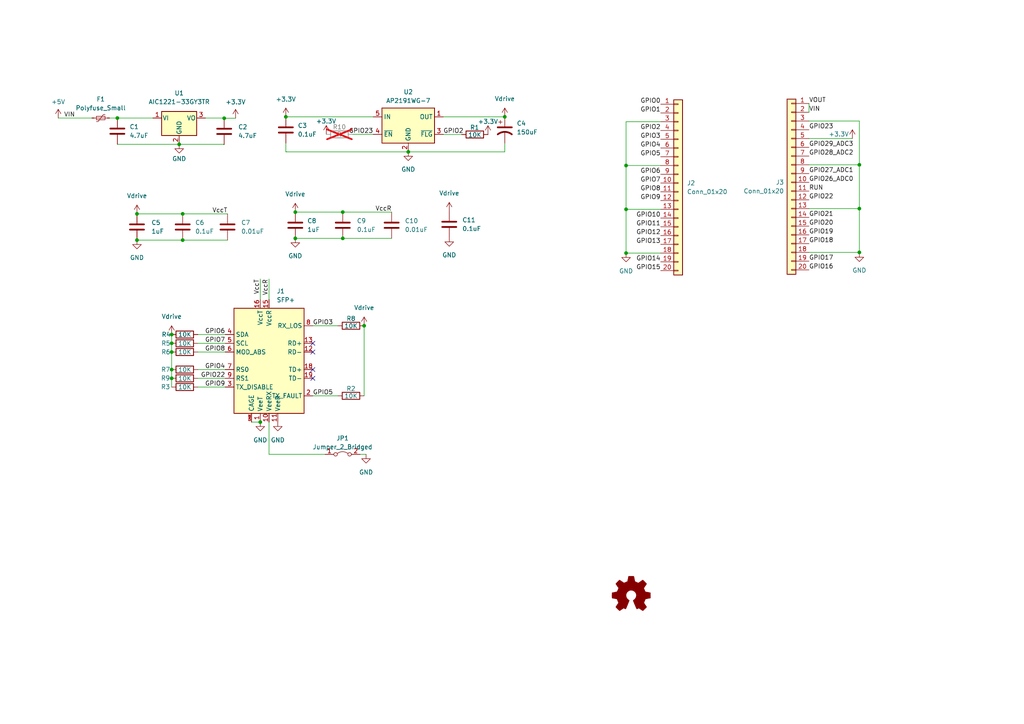
<source format=kicad_sch>
(kicad_sch (version 20230121) (generator eeschema)
  (paper "A4")
  (title_block (title "SFP Programmer") (company "pon.wiki"))
  (lib_symbols
    (symbol "Connector_Generic:Conn_01x20" (pin_names (offset 1.016) hide)
      (property "Reference" "J" (at 0 25.4 0))
      (property "Value" "Conn_01x20" (at 0 -27.94 0))
      (symbol "Conn_01x20_1_1"
        (rectangle (start -1.27 -25.273) (end 0 -25.527) (stroke (width 0.1524)))
        (rectangle (start -1.27 -22.733) (end 0 -22.987) (stroke (width 0.1524)))
        (rectangle (start -1.27 -20.193) (end 0 -20.447) (stroke (width 0.1524)))
        (rectangle (start -1.27 -17.653) (end 0 -17.907) (stroke (width 0.1524)))
        (rectangle (start -1.27 -15.113) (end 0 -15.367) (stroke (width 0.1524)))
        (rectangle (start -1.27 -12.573) (end 0 -12.827) (stroke (width 0.1524)))
        (rectangle (start -1.27 -10.033) (end 0 -10.287) (stroke (width 0.1524)))
        (rectangle (start -1.27 -7.493) (end 0 -7.747) (stroke (width 0.1524)))
        (rectangle (start -1.27 -4.953) (end 0 -5.207) (stroke (width 0.1524)))
        (rectangle (start -1.27 -2.413) (end 0 -2.667) (stroke (width 0.1524)))
        (rectangle (start -1.27 0.127) (end 0 -0.127) (stroke (width 0.1524)))
        (rectangle (start -1.27 2.667) (end 0 2.413) (stroke (width 0.1524)))
        (rectangle (start -1.27 5.207) (end 0 4.953) (stroke (width 0.1524)))
        (rectangle (start -1.27 7.747) (end 0 7.493) (stroke (width 0.1524)))
        (rectangle (start -1.27 10.287) (end 0 10.033) (stroke (width 0.1524)))
        (rectangle (start -1.27 12.827) (end 0 12.573) (stroke (width 0.1524)))
        (rectangle (start -1.27 15.367) (end 0 15.113) (stroke (width 0.1524)))
        (rectangle (start -1.27 17.907) (end 0 17.653) (stroke (width 0.1524)))
        (rectangle (start -1.27 20.447) (end 0 20.193) (stroke (width 0.1524)))
        (rectangle (start -1.27 22.987) (end 0 22.733) (stroke (width 0.1524)))
        (rectangle (start -1.27 24.13) (end 1.27 -26.67) (stroke (width 0.254)) (fill (type background)))
        (pin passive line (at -5.08 22.86 0) (length 3.81) (name "Pin_1") (number "1"))
        (pin passive line (at -5.08 0 0) (length 3.81) (name "Pin_10") (number "10"))
        (pin passive line (at -5.08 -2.54 0) (length 3.81) (name "Pin_11") (number "11"))
        (pin passive line (at -5.08 -5.08 0) (length 3.81) (name "Pin_12") (number "12"))
        (pin passive line (at -5.08 -7.62 0) (length 3.81) (name "Pin_13") (number "13"))
        (pin passive line (at -5.08 -10.16 0) (length 3.81) (name "Pin_14") (number "14"))
        (pin passive line (at -5.08 -12.7 0) (length 3.81) (name "Pin_15") (number "15"))
        (pin passive line (at -5.08 -15.24 0) (length 3.81) (name "Pin_16") (number "16"))
        (pin passive line (at -5.08 -17.78 0) (length 3.81) (name "Pin_17") (number "17"))
        (pin passive line (at -5.08 -20.32 0) (length 3.81) (name "Pin_18") (number "18"))
        (pin passive line (at -5.08 -22.86 0) (length 3.81) (name "Pin_19") (number "19"))
        (pin passive line (at -5.08 20.32 0) (length 3.81) (name "Pin_2") (number "2"))
        (pin passive line (at -5.08 -25.4 0) (length 3.81) (name "Pin_20") (number "20"))
        (pin passive line (at -5.08 17.78 0) (length 3.81) (name "Pin_3") (number "3"))
        (pin passive line (at -5.08 15.24 0) (length 3.81) (name "Pin_4") (number "4"))
        (pin passive line (at -5.08 12.7 0) (length 3.81) (name "Pin_5") (number "5"))
        (pin passive line (at -5.08 10.16 0) (length 3.81) (name "Pin_6") (number "6"))
        (pin passive line (at -5.08 7.62 0) (length 3.81) (name "Pin_7") (number "7"))
        (pin passive line (at -5.08 5.08 0) (length 3.81) (name "Pin_8") (number "8"))
        (pin passive line (at -5.08 2.54 0) (length 3.81) (name "Pin_9") (number "9"))
      )
    )
    (symbol "Device:C" (pin_numbers hide) (pin_names (offset 0.254))
      (property "Reference" "C" (at 0.635 2.54 0))
      (property "Value" "C" (at 0.635 -2.54 0))
      (symbol "C_0_1"
        (polyline (pts (xy -2.032 -0.762) (xy 2.032 -0.762)) (stroke (width 0.508)))
        (polyline (pts (xy -2.032 0.762) (xy 2.032 0.762)) (stroke (width 0.508)))
      )
      (symbol "C_1_1"
        (pin passive line (at 0 3.81 270) (length 2.794) (name "~") (number "1"))
        (pin passive line (at 0 -3.81 90) (length 2.794) (name "~") (number "2"))
      )
    )
    (symbol "Device:C_Polarized_US" (pin_numbers hide) (pin_names (offset 0.254) hide)
      (property "Reference" "C" (at 0.635 2.54 0))
      (property "Value" "C_Polarized_US" (at 0.635 -2.54 0))
      (symbol "C_Polarized_US_0_1"
        (polyline (pts (xy -2.032 0.762) (xy 2.032 0.762)) (stroke (width 0.508)))
        (polyline (pts (xy -1.778 2.286) (xy -0.762 2.286)))
        (polyline (pts (xy -1.27 1.778) (xy -1.27 2.794)))
        (arc (start 2.032 -1.27) (mid 0 -0.5572) (end -2.032 -1.27) (stroke (width 0.508)))
      )
      (symbol "C_Polarized_US_1_1"
        (pin passive line (at 0 3.81 270) (length 2.794) (name "~") (number "1"))
        (pin passive line (at 0 -3.81 90) (length 3.302) (name "~") (number "2"))
      )
    )
    (symbol "Device:Polyfuse_Small" (pin_numbers hide) (pin_names (offset 0))
      (property "Reference" "F" (at -1.905 0 90))
      (property "Value" "Polyfuse_Small" (at 1.905 0 90))
      (symbol "Polyfuse_Small_0_1"
        (rectangle (start -0.508 1.27) (end 0.508 -1.27))
        (polyline (pts (xy 0 2.54) (xy 0 -2.54)))
        (polyline (pts (xy -1.016 1.27) (xy -1.016 0.762) (xy 1.016 -0.762) (xy 1.016 -1.27)))
      )
      (symbol "Polyfuse_Small_1_1"
        (pin passive line (at 0 2.54 270) (length 0.635) (name "~") (number "1"))
        (pin passive line (at 0 -2.54 90) (length 0.635) (name "~") (number "2"))
      )
    )
    (symbol "Device:R" (pin_numbers hide) (pin_names (offset 0))
      (property "Reference" "R" (at 2.032 0 90))
      (property "Value" "R" (at 0 0 90))
      (symbol "R_0_1"
        (rectangle (start -1.016 -2.54) (end 1.016 2.54) (stroke (width 0.254)))
      )
      (symbol "R_1_1"
        (pin passive line (at 0 3.81 270) (length 1.27) (name "~") (number "1"))
        (pin passive line (at 0 -3.81 90) (length 1.27) (name "~") (number "2"))
      )
    )
    (symbol "Graphic:Logo_Open_Hardware_Small" (in_bom no) (on_board no)
      (symbol "Logo_Open_Hardware_Small_0_1"
        (polyline (pts (xy 3.3528 -4.3434) (xy 3.302 -4.318) (xy 3.175 -4.2418) (xy 2.9972 -4.1148) (xy 2.7686 -3.9624) (xy 2.54 -3.81) (xy 2.3622 -3.7084) (xy 2.2352 -3.6068) (xy 2.1844 -3.5814) (xy 2.159 -3.6068) (xy 2.0574 -3.6576) (xy 1.905 -3.7338) (xy 1.8034 -3.7846) (xy 1.6764 -3.8354) (xy 1.6002 -3.8354) (xy 1.6002 -3.8354) (xy 1.5494 -3.7338) (xy 1.4732 -3.5306) (xy 1.3462 -3.302) (xy 1.2446 -3.0226) (xy 1.1176 -2.7178) (xy 0.9652 -2.413) (xy 0.8636 -2.1082) (xy 0.7366 -1.8288) (xy 0.6604 -1.6256) (xy 0.6096 -1.4732) (xy 0.5842 -1.397) (xy 0.5842 -1.397) (xy 0.6604 -1.3208) (xy 0.7874 -1.2446) (xy 1.0414 -1.016) (xy 1.2954 -0.6858) (xy 1.4478 -0.3302) (xy 1.524 0.0762) (xy 1.4732 0.4572) (xy 1.3208 0.8128) (xy 1.0668 1.143) (xy 0.762 1.3716) (xy 0.4064 1.524) (xy 0 1.5748) (xy -0.381 1.5494) (xy -0.7366 1.397) (xy -1.0668 1.143) (xy -1.2192 0.9906) (xy -1.397 0.6604) (xy -1.524 0.3048) (xy -1.524 0.2286) (xy -1.4986 -0.1778) (xy -1.397 -0.5334) (xy -1.1938 -0.8636) (xy -0.9144 -1.143) (xy -0.8636 -1.1684) (xy -0.7366 -1.27) (xy -0.635 -1.3462) (xy -0.5842 -1.397) (xy -1.0668 -2.5908) (xy -1.143 -2.794) (xy -1.2954 -3.1242) (xy -1.397 -3.4036) (xy -1.4986 -3.6322) (xy -1.5748 -3.7846) (xy -1.6002 -3.8354) (xy -1.6002 -3.8354) (xy -1.651 -3.8354) (xy -1.7272 -3.81) (xy -1.905 -3.7338) (xy -2.0066 -3.683) (xy -2.1336 -3.6068) (xy -2.2098 -3.5814) (xy -2.2606 -3.6068) (xy -2.3622 -3.683) (xy -2.54 -3.81) (xy -2.7686 -3.9624) (xy -2.9718 -4.0894) (xy -3.1496 -4.2164) (xy -3.302 -4.318) (xy -3.3528 -4.3434) (xy -3.3782 -4.3434) (xy -3.429 -4.318) (xy -3.5306 -4.2164) (xy -3.7084 -4.064) (xy -3.937 -3.8354) (xy -3.9624 -3.81) (xy -4.1656 -3.6068) (xy -4.318 -3.4544) (xy -4.4196 -3.3274) (xy -4.445 -3.2766) (xy -4.445 -3.2766) (xy -4.4196 -3.2258) (xy -4.318 -3.0734) (xy -4.2164 -2.8956) (xy -4.064 -2.667) (xy -3.6576 -2.0828) (xy -3.8862 -1.5494) (xy -3.937 -1.3716) (xy -4.0386 -1.1684) (xy -4.0894 -1.0414) (xy -4.1148 -0.9652) (xy -4.191 -0.9398) (xy -4.318 -0.9144) (xy -4.5466 -0.8636) (xy -4.8006 -0.8128) (xy -5.0546 -0.7874) (xy -5.2578 -0.7366) (xy -5.4356 -0.7112) (xy -5.5118 -0.6858) (xy -5.5118 -0.6858) (xy -5.5372 -0.635) (xy -5.5372 -0.5588) (xy -5.5372 -0.4318) (xy -5.5626 -0.2286) (xy -5.5626 0.0762) (xy -5.5626 0.127) (xy -5.5372 0.4064) (xy -5.5372 0.635) (xy -5.5372 0.762) (xy -5.5372 0.8382) (xy -5.5372 0.8382) (xy -5.461 0.8382) (xy -5.3086 0.889) (xy -5.08 0.9144) (xy -4.826 0.9652) (xy -4.8006 0.9906) (xy -4.5466 1.0414) (xy -4.318 1.0668) (xy -4.1656 1.1176) (xy -4.0894 1.143) (xy -4.0894 1.143) (xy -4.0386 1.2446) (xy -3.9624 1.4224) (xy -3.8608 1.6256) (xy -3.7846 1.8288) (xy -3.7084 2.0066) (xy -3.6576 2.159) (xy -3.6322 2.2098) (xy -3.6322 2.2098) (xy -3.683 2.286) (xy -3.7592 2.413) (xy -3.8862 2.5908) (xy -4.064 2.8194) (xy -4.064 2.8448) (xy -4.2164 3.0734) (xy -4.3434 3.2512) (xy -4.4196 3.3782) (xy -4.445 3.4544) (xy -4.445 3.4544) (xy -4.3942 3.5052) (xy -4.2926 3.6322) (xy -4.1148 3.81) (xy -3.937 4.0132) (xy -3.8608 4.064) (xy -3.6576 4.2926) (xy -3.5052 4.4196) (xy -3.4036 4.4958) (xy -3.3528 4.5212) (xy -3.3528 4.5212) (xy -3.302 4.4704) (xy -3.1496 4.3688) (xy -2.9718 4.2418) (xy -2.7432 4.0894) (xy -2.7178 4.0894) (xy -2.4892 3.937) (xy -2.3114 3.81) (xy -2.1844 3.7084) (xy -2.1336 3.683) (xy -2.1082 3.683) (xy -2.032 3.7084) (xy -1.8542 3.7592) (xy -1.6764 3.8354) (xy -1.4732 3.937) (xy -1.27 4.0132) (xy -1.143 4.064) (xy -1.0668 4.1148) (xy -1.0668 4.1148) (xy -1.0414 4.191) (xy -1.016 4.3434) (xy -0.9652 4.572) (xy -0.9144 4.8514) (xy -0.889 4.9022) (xy -0.8382 5.1562) (xy -0.8128 5.3848) (xy -0.7874 5.5372) (xy -0.762 5.588) (xy -0.7112 5.6134) (xy -0.5842 5.6134) (xy -0.4064 5.6134) (xy -0.1524 5.6134) (xy 0.0762 5.6134) (xy 0.3302 5.6134) (xy 0.5334 5.6134) (xy 0.6858 5.588) (xy 0.7366 5.588) (xy 0.7366 5.588) (xy 0.762 5.5118) (xy 0.8128 5.334) (xy 0.8382 5.1054) (xy 0.9144 4.826) (xy 0.9144 4.7752) (xy 0.9652 4.5212) (xy 1.016 4.2926) (xy 1.0414 4.1402) (xy 1.0668 4.0894) (xy 1.0668 4.0894) (xy 1.1938 4.0386) (xy 1.3716 3.9624) (xy 1.5748 3.8608) (xy 2.0828 3.6576) (xy 2.7178 4.0894) (xy 2.7686 4.1402) (xy 2.9972 4.2926) (xy 3.175 4.4196) (xy 3.302 4.4958) (xy 3.3782 4.5212) (xy 3.3782 4.5212) (xy 3.429 4.4704) (xy 3.556 4.3434) (xy 3.7338 4.191) (xy 3.9116 3.9878) (xy 4.064 3.8354) (xy 4.2418 3.6576) (xy 4.3434 3.556) (xy 4.4196 3.4798) (xy 4.4196 3.429) (xy 4.4196 3.4036) (xy 4.3942 3.3274) (xy 4.2926 3.2004) (xy 4.1656 2.9972) (xy 4.0132 2.794) (xy 3.8862 2.5908) (xy 3.7592 2.3876) (xy 3.6576 2.2352) (xy 3.6322 2.159) (xy 3.6322 2.1336) (xy 3.683 2.0066) (xy 3.7592 1.8288) (xy 3.8608 1.6002) (xy 4.064 1.1176) (xy 4.3942 1.0414) (xy 4.5974 1.016) (xy 4.8768 0.9652) (xy 5.1308 0.9144) (xy 5.5372 0.8382) (xy 5.5626 -0.6604) (xy 5.4864 -0.6858) (xy 5.4356 -0.6858) (xy 5.2832 -0.7366) (xy 5.0546 -0.762) (xy 4.8006 -0.8128) (xy 4.5974 -0.8636) (xy 4.3688 -0.9144) (xy 4.2164 -0.9398) (xy 4.1402 -0.9398) (xy 4.1148 -0.9652) (xy 4.064 -1.0668) (xy 3.9878 -1.2446) (xy 3.9116 -1.4478) (xy 3.81 -1.651) (xy 3.7338 -1.8542) (xy 3.683 -2.0066) (xy 3.6576 -2.0828) (xy 3.683 -2.1336) (xy 3.7846 -2.2606) (xy 3.8862 -2.4638) (xy 4.0386 -2.667) (xy 4.191 -2.8956) (xy 4.318 -3.0734) (xy 4.3942 -3.2004) (xy 4.445 -3.2766) (xy 4.4196 -3.3274) (xy 4.3434 -3.429) (xy 4.1656 -3.5814) (xy 3.937 -3.8354) (xy 3.8862 -3.8608) (xy 3.683 -4.064) (xy 3.5306 -4.2164) (xy 3.4036 -4.318) (xy 3.3528 -4.3434)) (fill (type outline)))
      )
    )
    (symbol "Interface_Optical:SFP+"
      (property "Reference" "J1" (at 2.1941 20.193 0))
      (property "Value" "SFP+" (at 2.1941 17.653 0))
      (symbol "SFP+_0_0"
        (rectangle (start -10.16 15.24) (end 10.16 -15.24) (stroke (width 0.254)) (fill (type background)))
      )
      (symbol "SFP+_1_1"
        (pin power_in line (at -2.54 -17.78 90) (length 2.54) (name "VeeT") (number "1"))
        (pin power_in line (at 0 -17.78 90) (length 2.54) (name "VeeRX") (number "10"))
        (pin passive line (at 2.54 -17.78 90) (length 2.54) (name "VeeR") (number "11"))
        (pin output line (at 12.7 2.54 180) (length 2.54) (name "RD-") (number "12"))
        (pin output line (at 12.7 5.08 180) (length 2.54) (name "RD+") (number "13"))
        (pin passive line (at 2.54 -17.78 90) (length 2.54) hide (name "VeeR") (number "14"))
        (pin power_in line (at 0 17.78 270) (length 2.54) (name "VccR") (number "15"))
        (pin power_in line (at -2.54 17.78 270) (length 2.54) (name "VccT") (number "16"))
        (pin passive line (at -2.54 -17.78 90) (length 2.54) hide (name "VeeT") (number "17"))
        (pin input line (at 12.7 -2.54 180) (length 2.54) (name "TD+") (number "18"))
        (pin input line (at 12.7 -5.08 180) (length 2.54) (name "TD-") (number "19"))
        (pin open_collector line (at 12.7 -10.16 180) (length 2.54) (name "TX_FAULT") (number "2"))
        (pin passive line (at -2.54 -17.78 90) (length 2.54) hide (name "VeeT") (number "20"))
        (pin input line (at -12.7 -7.62 0) (length 2.54) (name "TX_DISABLE") (number "3"))
        (pin bidirectional line (at -12.7 7.62 0) (length 2.54) (name "SDA") (number "4"))
        (pin input line (at -12.7 5.08 0) (length 2.54) (name "SCL") (number "5"))
        (pin passive line (at -12.7 2.54 0) (length 2.54) (name "MOD_ABS") (number "6"))
        (pin input line (at -12.7 -2.54 0) (length 2.54) (name "RS0") (number "7"))
        (pin open_collector line (at 12.7 10.16 180) (length 2.54) (name "RX_LOS") (number "8"))
        (pin input line (at -12.7 -5.08 0) (length 2.54) (name "RS1") (number "9"))
        (pin passive line (at -5.08 -17.78 90) (length 2.54) (name "CAGE") (number "CAGE"))
      )
    )
    (symbol "Jumper:Jumper_2_Bridged" (pin_names (offset 0) hide)
      (property "Reference" "JP" (at 0 1.905 0))
      (property "Value" "Jumper_2_Bridged" (at 0 -2.54 0))
      (symbol "Jumper_2_Bridged_0_0"
        (circle (center -2.032 0) (radius 0.508))
        (circle (center 2.032 0) (radius 0.508))
      )
      (symbol "Jumper_2_Bridged_0_1"
        (arc (start 1.524 0.254) (mid 0 0.762) (end -1.524 0.254))
      )
      (symbol "Jumper_2_Bridged_1_1"
        (pin passive line (at -5.08 0 0) (length 2.54) (name "A") (number "1"))
        (pin passive line (at 5.08 0 180) (length 2.54) (name "B") (number "2"))
      )
    )
    (symbol "Power_Management:AP2161W"
      (property "Reference" "U" (at -7.62 -6.35 0))
      (property "Value" "AP2161W" (at -7.62 6.35 0))
      (symbol "AP2161W_0_1"
        (rectangle (start -7.62 5.08) (end 7.62 -5.08) (stroke (width 0.254)) (fill (type background)))
      )
      (symbol "AP2161W_1_1"
        (pin power_out line (at 10.16 2.54 180) (length 2.54) (name "OUT") (number "1"))
        (pin power_in line (at 0 -7.62 90) (length 2.54) (name "GND") (number "2"))
        (pin open_collector line (at 10.16 -2.54 180) (length 2.54) (name "~{FLG}") (number "3"))
        (pin input line (at -10.16 -2.54 0) (length 2.54) (name "~{EN}") (number "4"))
        (pin power_in line (at -10.16 2.54 0) (length 2.54) (name "IN") (number "5"))
      )
    )
    (symbol "Regulator_Linear:AP7361C-33E" (pin_names (offset 0.254))
      (property "Reference" "U" (at -3.81 3.175 0))
      (property "Value" "AP7361C-33E" (at 0 3.175 0))
      (symbol "AP7361C-33E_0_1"
        (rectangle (start -5.08 -5.08) (end 5.08 1.905) (stroke (width 0.254)) (fill (type background)))
      )
      (symbol "AP7361C-33E_1_1"
        (pin power_in line (at -7.62 0 0) (length 2.54) (name "VI") (number "1"))
        (pin power_in line (at 0 -7.62 90) (length 2.54) (name "GND") (number "2"))
        (pin power_out line (at 7.62 0 180) (length 2.54) (name "VO") (number "3"))
      )
    )
    (symbol "power:+3.3V" (power) (pin_names (offset 0))
      (property "Value" "+3.3V" (at 0 3.556 0))
      (symbol "+3.3V_0_1"
        (polyline (pts (xy -0.762 1.27) (xy 0 2.54)))
        (polyline (pts (xy 0 0) (xy 0 2.54)))
        (polyline (pts (xy 0 2.54) (xy 0.762 1.27)))
      )
      (symbol "+3.3V_1_1"
        (pin power_in line (at 0 0 90) (length 0) hide (name "+3.3V") (number "1"))
      )
    )
    (symbol "power:+5V" (power) (pin_names (offset 0))
      (property "Value" "+5V" (at 0 3.556 0))
      (symbol "+5V_0_1"
        (polyline (pts (xy -0.762 1.27) (xy 0 2.54)))
        (polyline (pts (xy 0 0) (xy 0 2.54)))
        (polyline (pts (xy 0 2.54) (xy 0.762 1.27)))
      )
      (symbol "+5V_1_1"
        (pin power_in line (at 0 0 90) (length 0) hide (name "+5V") (number "1"))
      )
    )
    (symbol "power:GND" (power) (pin_names (offset 0))
      (property "Value" "GND" (at 0 -3.81 0))
      (symbol "GND_0_1"
        (polyline (pts (xy 0 0) (xy 0 -1.27) (xy 1.27 -1.27) (xy 0 -2.54) (xy -1.27 -1.27) (xy 0 -1.27)))
      )
      (symbol "GND_1_1"
        (pin power_in line (at 0 0 270) (length 0) hide (name "GND") (number "1"))
      )
    )
    (symbol "power:Vdrive" (power) (pin_names (offset 0))
      (property "Value" "Vdrive" (at 0 3.81 0))
      (symbol "Vdrive_0_1"
        (polyline (pts (xy -0.762 1.27) (xy 0 2.54)))
        (polyline (pts (xy 0 0) (xy 0 2.54)))
        (polyline (pts (xy 0 2.54) (xy 0.762 1.27)))
      )
      (symbol "Vdrive_1_1"
        (pin power_in line (at 0 0 90) (length 0) hide (name "Vdrive") (number "1"))
      )
    )
  )
  (junction (at 49.784 97.028))
  (junction (at 39.7256 69.6468))
  (junction (at 249.2502 47.8028))
  (junction (at 49.784 107.188))
  (junction (at 39.7256 62.0268))
  (junction (at 49.784 109.728))
  (junction (at 52.9844 62.0268))
  (junction (at 51.9684 41.8592))
  (junction (at 34.036 34.2392))
  (junction (at 118.4148 44.0436))
  (junction (at 146.4056 33.8836))
  (junction (at 181.5846 60.706))
  (junction (at 75.4888 122.428))
  (junction (at 181.5846 73.406))
  (junction (at 49.784 99.568))
  (junction (at 49.784 102.108))
  (junction (at 181.5846 48.006))
  (junction (at 65.024 34.29))
  (junction (at 82.9056 33.8836))
  (junction (at 85.6488 69.1388))
  (junction (at 85.6488 61.5188))
  (junction (at 105.6132 94.488))
  (junction (at 99.4156 69.1388))
  (junction (at 99.4156 61.5188))
  (junction (at 249.2502 60.5028))
  (junction (at 249.2502 73.2028))
  (junction (at 52.9844 69.6468))
  (no_connect (at 90.7288 109.728))
  (no_connect (at 90.7288 102.108))
  (no_connect (at 90.7288 107.188))
  (no_connect (at 90.7288 99.568))
  (wire (pts (xy 90.7288 114.808) (xy 97.9932 114.808)))
  (wire (pts (xy 82.9056 44.0436) (xy 82.9056 41.5036)))
  (wire (pts (xy 181.5846 60.706) (xy 191.6176 60.706)))
  (wire (pts (xy 49.784 107.188) (xy 49.784 109.728)))
  (wire (pts (xy 16.891 34.2392) (xy 26.67 34.2392)))
  (wire (pts (xy 49.784 102.108) (xy 49.784 107.188)))
  (wire (pts (xy 128.5748 39.0144) (xy 133.9088 39.0144)))
  (wire (pts (xy 57.404 109.728) (xy 65.3288 109.728)))
  (wire (pts (xy 181.5846 48.006) (xy 191.6176 48.006)))
  (wire (pts (xy 34.036 34.2392) (xy 44.3484 34.2392)))
  (wire (pts (xy 234.6452 30.0228) (xy 234.6452 32.5628)))
  (wire (pts (xy 249.2502 73.3298) (xy 249.2502 73.2028)))
  (wire (pts (xy 181.5846 73.406) (xy 191.6176 73.406)))
  (wire (pts (xy 57.404 112.268) (xy 65.3288 112.268)))
  (wire (pts (xy 234.6452 40.1828) (xy 247.2182 40.1828)))
  (wire (pts (xy 249.2502 60.5028) (xy 249.2502 73.2028)))
  (wire (pts (xy 83.0072 44.0436) (xy 83.0072 43.9928)))
  (wire (pts (xy 64.8208 34.29) (xy 65.024 34.29)))
  (wire (pts (xy 104.4448 131.7752) (xy 106.172 131.7752)))
  (wire (pts (xy 83.0072 43.9928) (xy 83.1088 43.9928)))
  (wire (pts (xy 249.2502 47.8028) (xy 249.2502 60.5028)))
  (wire (pts (xy 39.7256 62.0268) (xy 52.9844 62.0268)))
  (wire (pts (xy 52.9844 69.6468) (xy 65.9892 69.6468)))
  (wire (pts (xy 64.8208 34.29) (xy 64.8208 34.2392)))
  (wire (pts (xy 85.6488 69.1388) (xy 99.4156 69.1388)))
  (wire (pts (xy 49.784 109.728) (xy 49.784 112.268)))
  (wire (pts (xy 49.784 99.568) (xy 49.784 102.108)))
  (wire (pts (xy 83.0072 33.8836) (xy 108.2548 33.8836)))
  (wire (pts (xy 78.0288 131.7752) (xy 94.2848 131.7752)))
  (wire (pts (xy 57.404 97.028) (xy 65.3288 97.028)))
  (wire (pts (xy 90.7288 94.488) (xy 97.9932 94.488)))
  (wire (pts (xy 108.2548 38.9636) (xy 102.2604 38.9636)))
  (wire (pts (xy 65.024 34.29) (xy 68.326 34.29)))
  (wire (pts (xy 181.5846 48.006) (xy 181.5846 60.706)))
  (wire (pts (xy 146.4056 44.0436) (xy 146.4056 41.5036)))
  (wire (pts (xy 57.404 107.188) (xy 65.3288 107.188)))
  (wire (pts (xy 83.1088 43.9928) (xy 83.1088 44.0436)))
  (wire (pts (xy 82.9564 33.8836) (xy 82.9564 33.8328)))
  (wire (pts (xy 234.6452 35.1028) (xy 249.2502 35.1028)))
  (wire (pts (xy 72.9488 122.428) (xy 75.4888 122.428)))
  (wire (pts (xy 128.5748 33.8836) (xy 146.4056 33.8836)))
  (wire (pts (xy 83.0072 44.0436) (xy 82.9056 44.0436)))
  (wire (pts (xy 57.404 99.568) (xy 65.3288 99.568)))
  (wire (pts (xy 249.2502 35.1028) (xy 249.2502 47.8028)))
  (wire (pts (xy 49.784 97.028) (xy 49.784 99.568)))
  (wire (pts (xy 78.0288 131.7752) (xy 78.0288 122.428)))
  (wire (pts (xy 34.036 41.8592) (xy 51.9684 41.8592)))
  (wire (pts (xy 64.8716 41.91) (xy 65.024 41.91)))
  (wire (pts (xy 64.8716 41.91) (xy 64.8716 41.8592)))
  (wire (pts (xy 99.4156 69.1388) (xy 113.5888 69.1388)))
  (wire (pts (xy 234.6452 73.2028) (xy 249.2502 73.2028)))
  (wire (pts (xy 64.8716 41.8592) (xy 51.9684 41.8592)))
  (wire (pts (xy 64.8208 34.2392) (xy 59.5884 34.2392)))
  (wire (pts (xy 83.0072 33.8328) (xy 83.0072 33.8836)))
  (wire (pts (xy 82.9056 33.8836) (xy 82.9564 33.8836)))
  (wire (pts (xy 181.5846 60.706) (xy 181.5846 73.406)))
  (wire (pts (xy 31.75 34.2392) (xy 34.036 34.2392)))
  (wire (pts (xy 83.1088 44.0436) (xy 118.4148 44.0436)))
  (wire (pts (xy 82.9564 33.8328) (xy 83.0072 33.8328)))
  (wire (pts (xy 39.7256 69.6468) (xy 52.9844 69.6468)))
  (wire (pts (xy 118.4148 44.0436) (xy 146.4056 44.0436)))
  (wire (pts (xy 52.9844 62.0268) (xy 65.9892 62.0268)))
  (wire (pts (xy 234.6452 47.8028) (xy 249.2502 47.8028)))
  (wire (pts (xy 75.4888 80.9244) (xy 75.4888 86.868)))
  (wire (pts (xy 234.6452 60.5028) (xy 249.2502 60.5028)))
  (wire (pts (xy 191.6176 35.306) (xy 181.5846 35.306)))
  (wire (pts (xy 128.5748 39.0144) (xy 128.5748 38.9636)))
  (wire (pts (xy 57.404 102.108) (xy 65.3288 102.108)))
  (wire (pts (xy 105.6132 94.488) (xy 105.6132 114.808)))
  (wire (pts (xy 99.4156 61.5188) (xy 113.5888 61.5188)))
  (wire (pts (xy 78.0288 80.9244) (xy 78.0288 86.868)))
  (wire (pts (xy 85.6488 61.5188) (xy 99.4156 61.5188)))
  (wire (pts (xy 181.5846 35.306) (xy 181.5846 48.006)))
  (label "GPIO6" (at 65.3288 97.028 180))
  (label "GPIO3" (at 90.7288 94.488 0))
  (label "GPIO13" (at 191.6176 70.866 180))
  (label "VccT" (at 75.4888 80.9244 270))
  (label "GPIO6" (at 191.6176 50.546 180))
  (label "GPIO22" (at 65.3288 109.728 180))
  (label "GPIO7" (at 65.3288 99.568 180))
  (label "GPIO8" (at 65.3288 102.108 180))
  (label "GPIO27_ADC1" (at 234.6452 50.3428 0))
  (label "GPIO12" (at 191.6176 68.326 180))
  (label "GPIO3" (at 191.6176 40.386 180))
  (label "GPIO5" (at 191.6176 45.466 180))
  (label "GPIO26_ADC0" (at 234.6452 52.8828 0))
  (label "GPIO16" (at 234.6452 78.2828 0))
  (label "GPIO28_ADC2" (at 234.6452 45.2628 0))
  (label "GPIO9" (at 65.3288 112.268 180))
  (label "VccT" (at 65.9892 62.0268 180))
  (label "GPIO20" (at 234.6452 65.5828 0))
  (label "GPIO4" (at 65.3288 107.188 180))
  (label "GPIO9" (at 191.6176 58.166 180))
  (label "GPIO15" (at 191.6176 78.486 180))
  (label "GPIO4" (at 191.6176 42.926 180))
  (label "GPIO22" (at 234.6452 57.9628 0))
  (label "GPIO5" (at 90.7288 114.808 0))
  (label "VIN" (at 234.6452 32.5628 0))
  (label "GPIO10" (at 191.6176 63.246 180))
  (label "GPIO7" (at 191.6176 53.086 180))
  (label "GPIO29_ADC3" (at 234.6452 42.7228 0))
  (label "VccR" (at 78.0288 80.9244 270))
  (label "VIN" (at 18.542 34.2392 0))
  (label "GPIO21" (at 234.6452 63.0428 0))
  (label "RUN" (at 234.6452 55.4228 0))
  (label "VOUT" (at 234.6452 30.0228 0))
  (label "GPIO14" (at 191.6176 75.946 180))
  (label "GPIO2" (at 128.5748 38.9636 0))
  (label "GPIO23" (at 234.6452 37.6428 0))
  (label "GPIO1" (at 191.6176 32.766 180))
  (label "GPIO0" (at 191.6176 30.226 180))
  (label "GPIO11" (at 191.6176 65.786 180))
  (label "GPIO23" (at 108.2548 38.9636 180))
  (label "GPIO19" (at 234.6452 68.1228 0))
  (label "GPIO18" (at 234.6452 70.6628 0))
  (label "GPIO8" (at 191.6176 55.626 180))
  (label "GPIO17" (at 234.6452 75.7428 0))
  (label "VccR" (at 113.5888 61.5188 180))
  (label "GPIO2" (at 191.6176 37.846 180))
  (symbol (lib_id "Device:R") (at 53.594 99.568 270) (unit 1)
    (property "Reference" "R5" (at 48.1076 99.568 90))
    (property "Value" "10K" (at 53.594 99.6188 90))
    (property "Footprint" "Resistor_SMD:R_0603_1608Metric" (effects hide))
    (property "LCSC" "C25804" (effects hide))
  )
  (symbol (lib_id "Device:R") (at 101.8032 114.808 90) (unit 1)
    (property "Reference" "R2" (at 101.8032 112.7252 90))
    (property "Value" "10K" (at 101.8032 114.8588 90))
    (property "Footprint" "Resistor_SMD:R_0603_1608Metric" (effects hide))
    (property "LCSC" "C25804" (effects hide))
  )
  (symbol (lib_id "Graphic:Logo_Open_Hardware_Small") (at 183.0832 172.7708 0) (unit 1) (in_bom no) (on_board no)
    (property "Reference" "#SYM1" (effects hide))
    (property "Value" "Logo_Open_Hardware_Small" (effects hide))
    (property "Sim.Enable" "0" (effects hide))
  )
  (symbol (lib_id "power:Vdrive") (at 146.4056 33.8836 0) (unit 1)
    (property "Reference" "#PWR08" (effects hide))
    (property "Value" "Vdrive" (at 146.4056 28.6512 0))
  )
  (symbol (lib_id "power:+3.3V") (at 68.326 34.29 0) (unit 1)
    (property "Reference" "#PWR03" (effects hide))
    (property "Value" "+3.3V" (at 68.326 29.591 0))
  )
  (symbol (lib_id "Device:R") (at 53.594 109.728 270) (unit 1)
    (property "Reference" "R9" (at 48.006 109.6772 90))
    (property "Value" "10K" (at 53.594 109.7788 90))
    (property "Footprint" "Resistor_SMD:R_0603_1608Metric" (effects hide))
    (property "LCSC" "C25804" (effects hide))
  )
  (symbol (lib_id "power:GND") (at 80.5688 122.428 0) (unit 1)
    (property "Reference" "#PWR022" (effects hide))
    (property "Value" "GND" (at 80.5688 127.635 0))
  )
  (symbol (lib_id "Device:C") (at 65.9892 65.8368 0) (unit 1)
    (property "Reference" "C7" (at 69.9262 64.5668 0) (effects (justify left)))
    (property "Value" "0.01uF" (at 69.9262 67.1068 0) (effects (justify left)))
    (property "Footprint" "Capacitor_SMD:C_0603_1608Metric" (effects hide))
    (property "LCSC" "C525264" (effects hide))
  )
  (symbol (lib_id "Device:Polyfuse_Small") (at 29.21 34.2392 90) (unit 1)
    (property "Reference" "F1" (at 29.21 28.7782 90))
    (property "Value" "Polyfuse_Small" (at 29.21 31.3182 90))
    (property "Footprint" "Capacitor_SMD:C_1206_3216Metric" (effects hide))
  )
  (symbol (lib_id "power:GND") (at 106.172 131.7752 0) (unit 1)
    (property "Reference" "#PWR021" (effects hide))
    (property "Value" "GND" (at 106.172 136.9822 0))
  )
  (symbol (lib_id "Power_Management:AP2161W") (at 118.4148 36.4236 0) (unit 1)
    (property "Reference" "U2" (at 118.4148 26.67 0))
    (property "Value" "AP2191WG-7" (at 118.4148 29.21 0))
    (property "Footprint" "Package_TO_SOT_SMD:SOT-23-5" (effects hide))
    (property "Datasheet" "https://www.diodes.com/assets/Datasheets/AP2181_91.pdf" (effects hide))
    (property "LCSC" "C141321" (effects hide))
  )
  (symbol (lib_id "Device:R") (at 53.594 97.028 270) (unit 1)
    (property "Reference" "R4" (at 48.2092 97.028 90))
    (property "Value" "10K" (at 53.594 97.028 90))
    (property "Footprint" "Resistor_SMD:R_0603_1608Metric" (effects hide))
    (property "LCSC" "C25804" (effects hide))
  )
  (symbol (lib_id "Device:C") (at 39.7256 65.8368 0) (unit 1)
    (property "Reference" "C5" (at 43.8912 64.5668 0) (effects (justify left)))
    (property "Value" "1uF" (at 43.8912 67.1068 0) (effects (justify left)))
    (property "Footprint" "Capacitor_SMD:C_0603_1608Metric" (effects hide))
    (property "LCSC" "C59302" (effects hide))
  )
  (symbol (lib_id "power:+3.3V") (at 94.6404 38.9636 0) (unit 1)
    (property "Reference" "#PWR020" (effects hide))
    (property "Value" "+3.3V" (at 94.5896 35.1536 0))
  )
  (symbol (lib_id "power:GND") (at 85.6488 69.1388 0) (unit 1)
    (property "Reference" "#PWR012" (effects hide))
    (property "Value" "GND" (at 85.6488 74.2188 0))
  )
  (symbol (lib_id "power:GND") (at 130.302 68.8848 0) (unit 1)
    (property "Reference" "#PWR015" (effects hide))
    (property "Value" "GND" (at 130.302 73.9648 0))
  )
  (symbol (lib_id "Device:R") (at 53.594 107.188 270) (unit 1)
    (property "Reference" "R7" (at 48.0568 107.188 90))
    (property "Value" "10K" (at 53.594 107.2388 90))
    (property "Footprint" "Resistor_SMD:R_0603_1608Metric" (effects hide))
    (property "LCSC" "C25804" (effects hide))
  )
  (symbol (lib_id "power:Vdrive") (at 85.6488 61.5188 0) (unit 1)
    (property "Reference" "#PWR011" (effects hide))
    (property "Value" "Vdrive" (at 85.6488 56.2864 0))
  )
  (symbol (lib_id "power:GND") (at 181.5846 73.406 0) (unit 1)
    (property "Reference" "#PWR013" (effects hide))
    (property "Value" "GND" (at 181.5846 78.613 0))
  )
  (symbol (lib_id "Device:R") (at 53.594 102.108 270) (unit 1)
    (property "Reference" "R6" (at 48.1076 102.108 90))
    (property "Value" "10K" (at 53.594 102.108 90))
    (property "Footprint" "Resistor_SMD:R_0603_1608Metric" (effects hide))
    (property "LCSC" "C25804" (effects hide))
  )
  (symbol (lib_id "power:+5V") (at 16.891 34.2392 0) (unit 1)
    (property "Reference" "#PWR01" (effects hide))
    (property "Value" "+5V" (at 16.891 29.5402 0))
  )
  (symbol (lib_id "power:Vdrive") (at 39.7256 62.0268 0) (unit 1)
    (property "Reference" "#PWR09" (effects hide))
    (property "Value" "Vdrive" (at 39.7256 56.7944 0))
  )
  (symbol (lib_id "power:Vdrive") (at 105.6132 94.488 0) (unit 1)
    (property "Reference" "#PWR018" (effects hide))
    (property "Value" "Vdrive" (at 105.6132 89.2556 0))
  )
  (symbol (lib_id "power:GND") (at 75.4888 122.428 0) (unit 1)
    (property "Reference" "#PWR05" (effects hide))
    (property "Value" "GND" (at 75.4888 127.635 0))
  )
  (symbol (lib_id "Connector_Generic:Conn_01x20") (at 196.6976 53.086 0) (unit 1)
    (property "Reference" "J2" (at 199.2376 53.086 0) (effects (justify left)))
    (property "Value" "Conn_01x20" (at 199.2376 55.626 0) (effects (justify left)))
    (property "Footprint" "Connector_PinSocket_2.54mm:PinSocket_1x20_P2.54mm_Vertical" (effects hide))
  )
  (symbol (lib_id "Regulator_Linear:AP7361C-33E") (at 51.9684 34.2392 0) (unit 1)
    (property "Reference" "U1" (at 51.9684 27.0002 0))
    (property "Value" "AIC1221-33GY3TR" (at 51.9684 29.5402 0))
    (property "Footprint" "Package_TO_SOT_SMD:SOT-223-3_TabPin2" (effects hide))
    (property "Datasheet" "https://www.analog.com.tw/ImgShow/DS-1221G-03.pdf" (effects hide))
    (property "LCSC" "C211622" (effects hide))
  )
  (symbol (lib_id "Device:R") (at 101.8032 94.488 90) (unit 1)
    (property "Reference" "R8" (at 101.8032 92.4052 90))
    (property "Value" "10K" (at 101.8032 94.5388 90))
    (property "Footprint" "Resistor_SMD:R_0603_1608Metric" (effects hide))
    (property "LCSC" "C25804" (effects hide))
  )
  (symbol (lib_id "power:GND") (at 249.2502 73.3298 0) (unit 1)
    (property "Reference" "#PWR017" (effects hide))
    (property "Value" "GND" (at 249.2502 78.4098 0))
  )
  (symbol (lib_id "Device:R") (at 98.4504 38.9636 90) (unit 1) (dnp yes)
    (property "Reference" "R10" (at 98.4504 36.83 90))
    (property "Value" "R" (at 98.3996 39.0144 90))
    (property "Footprint" "Resistor_SMD:R_0603_1608Metric" (effects hide))
  )
  (symbol (lib_id "Device:C") (at 130.302 65.0748 0) (unit 1)
    (property "Reference" "C11" (at 134.0612 63.8048 0) (effects (justify left)))
    (property "Value" "0.1uF" (at 134.0612 66.3448 0) (effects (justify left)))
    (property "Footprint" "Capacitor_SMD:C_0603_1608Metric" (effects hide))
    (property "LCSC" "C282519" (effects hide))
  )
  (symbol (lib_id "power:+3.3V") (at 247.2182 40.1828 0) (unit 1)
    (property "Reference" "#PWR016" (effects hide))
    (property "Value" "+3.3V" (at 243.2812 38.9128 0))
  )
  (symbol (lib_id "Device:R") (at 137.7188 39.0144 90) (unit 1)
    (property "Reference" "R1" (at 137.668 36.9824 90))
    (property "Value" "10K" (at 137.7188 39.116 90))
    (property "Footprint" "Resistor_SMD:R_0603_1608Metric" (effects hide))
    (property "LCSC" "C25804" (effects hide))
  )
  (symbol (lib_id "Jumper:Jumper_2_Bridged") (at 99.3648 131.7752 0) (unit 1)
    (property "Reference" "JP1" (at 99.3648 127.1016 0))
    (property "Value" "Jumper_2_Bridged" (at 99.3648 129.6416 0))
    (property "Footprint" "Jumper:SolderJumper-2_P1.3mm_Open_TrianglePad1.0x1.5mm" (effects hide))
  )
  (symbol (lib_id "power:GND") (at 39.7256 69.6468 0) (unit 1)
    (property "Reference" "#PWR010" (effects hide))
    (property "Value" "GND" (at 39.7256 74.7268 0))
  )
  (symbol (lib_id "Device:C_Polarized_US") (at 146.4056 37.6936 0) (unit 1)
    (property "Reference" "C4" (at 149.86 35.7886 0) (effects (justify left)))
    (property "Value" "150uF" (at 149.86 38.3286 0) (effects (justify left)))
    (property "Footprint" "Capacitor_Tantalum_SMD:CP_EIA-3528-21_Kemet-B" (effects hide))
    (property "LCSC" "C542620" (effects hide))
  )
  (symbol (lib_id "power:+3.3V") (at 82.9056 33.8836 0) (unit 1)
    (property "Reference" "#PWR04" (effects hide))
    (property "Value" "+3.3V" (at 82.9056 28.8036 0))
  )
  (symbol (lib_id "Device:C") (at 65.024 38.1 0) (unit 1)
    (property "Reference" "C2" (at 69.0626 36.83 0) (effects (justify left)))
    (property "Value" "4.7uF" (at 69.0626 39.37 0) (effects (justify left)))
    (property "Footprint" "Capacitor_SMD:C_1206_3216Metric" (effects hide))
    (property "LCSC" "C1872" (effects hide))
  )
  (symbol (lib_id "power:+3.3V") (at 141.5288 39.0144 0) (unit 1)
    (property "Reference" "#PWR07" (effects hide))
    (property "Value" "+3.3V" (at 141.5288 35.2552 0))
  )
  (symbol (lib_id "Device:C") (at 85.6488 65.3288 0) (unit 1)
    (property "Reference" "C8" (at 89.1032 64.0588 0) (effects (justify left)))
    (property "Value" "1uF" (at 89.1032 66.5988 0) (effects (justify left)))
    (property "Footprint" "Capacitor_SMD:C_0603_1608Metric" (effects hide))
    (property "LCSC" "C59302" (effects hide))
  )
  (symbol (lib_id "power:GND") (at 51.9684 41.8592 0) (unit 1)
    (property "Reference" "#PWR02" (effects hide))
    (property "Value" "GND" (at 51.9684 46.0502 0))
  )
  (symbol (lib_id "power:Vdrive") (at 130.302 61.2648 0) (unit 1)
    (property "Reference" "#PWR014" (effects hide))
    (property "Value" "Vdrive" (at 130.302 56.0324 0))
  )
  (symbol (lib_id "power:Vdrive") (at 49.784 97.028 0) (unit 1)
    (property "Reference" "#PWR019" (effects hide))
    (property "Value" "Vdrive" (at 49.784 91.7956 0))
  )
  (symbol (lib_id "Device:C") (at 99.4156 65.3288 0) (unit 1)
    (property "Reference" "C9" (at 103.4796 64.0588 0) (effects (justify left)))
    (property "Value" "0.1uF" (at 103.4796 66.5988 0) (effects (justify left)))
    (property "Footprint" "Capacitor_SMD:C_0603_1608Metric" (effects hide))
    (property "LCSC" "C282519" (effects hide))
  )
  (symbol (lib_id "Device:C") (at 52.9844 65.8368 0) (unit 1)
    (property "Reference" "C6" (at 56.5912 64.5668 0) (effects (justify left)))
    (property "Value" "0.1uF" (at 56.5912 67.1068 0) (effects (justify left)))
    (property "Footprint" "Capacitor_SMD:C_0603_1608Metric" (effects hide))
    (property "LCSC" "C282519" (effects hide))
  )
  (symbol (lib_id "Device:R") (at 53.594 112.268 270) (unit 1)
    (property "Reference" "R3" (at 48.006 112.2172 90))
    (property "Value" "10K" (at 53.594 112.268 90))
    (property "Footprint" "Resistor_SMD:R_0603_1608Metric" (effects hide))
    (property "LCSC" "C25804" (effects hide))
  )
  (symbol (lib_id "Device:C") (at 34.036 38.0492 0) (unit 1)
    (property "Reference" "C1" (at 37.5666 36.7792 0) (effects (justify left)))
    (property "Value" "4.7uF" (at 37.5666 39.3192 0) (effects (justify left)))
    (property "Footprint" "Capacitor_SMD:C_1206_3216Metric" (effects hide))
    (property "LCSC" "C1872" (effects hide))
  )
  (symbol (lib_id "Device:C") (at 82.9056 37.6936 0) (unit 1)
    (property "Reference" "C3" (at 86.36 36.4236 0) (effects (justify left)))
    (property "Value" "0.1uF" (at 86.36 38.9636 0) (effects (justify left)))
    (property "Footprint" "Capacitor_SMD:C_0603_1608Metric" (effects hide))
    (property "LCSC" "C282519" (effects hide))
  )
  (symbol (lib_id "Interface_Optical:SFP+") (at 78.0288 104.648 0) (unit 1)
    (property "Reference" "J1" (at 80.2229 84.455 0) (effects (justify left)))
    (property "Value" "SFP+" (at 80.2229 86.995 0) (effects (justify left)))
    (property "Footprint" "Connector:Connector_SFP_and_Cage" (effects hide))
    (property "Datasheet" "https://members.snia.org/document/dl/25892" (effects hide))
    (property "LCSC" " C210158" (effects hide))
  )
  (symbol (lib_id "Device:C") (at 113.5888 65.3288 0) (unit 1)
    (property "Reference" "C10" (at 117.3988 64.0588 0) (effects (justify left)))
    (property "Value" "0.01uF" (at 117.3988 66.5988 0) (effects (justify left)))
    (property "Footprint" "Capacitor_SMD:C_0603_1608Metric" (effects hide))
    (property "LCSC" "C525264" (effects hide))
  )
  (symbol (lib_id "Connector_Generic:Conn_01x20") (at 229.5652 52.8828 0) (mirror y) (unit 1)
    (property "Reference" "J3" (at 227.4062 52.8828 0) (effects (justify left)))
    (property "Value" "Conn_01x20" (at 227.4062 55.4228 0) (effects (justify left)))
    (property "Footprint" "Connector_PinSocket_2.54mm:PinSocket_1x20_P2.54mm_Vertical" (effects hide))
  )
  (symbol (lib_id "power:GND") (at 118.4148 44.0436 0) (unit 1)
    (property "Reference" "#PWR06" (effects hide))
    (property "Value" "GND" (at 118.4148 49.1236 0))
  )
)
</source>
